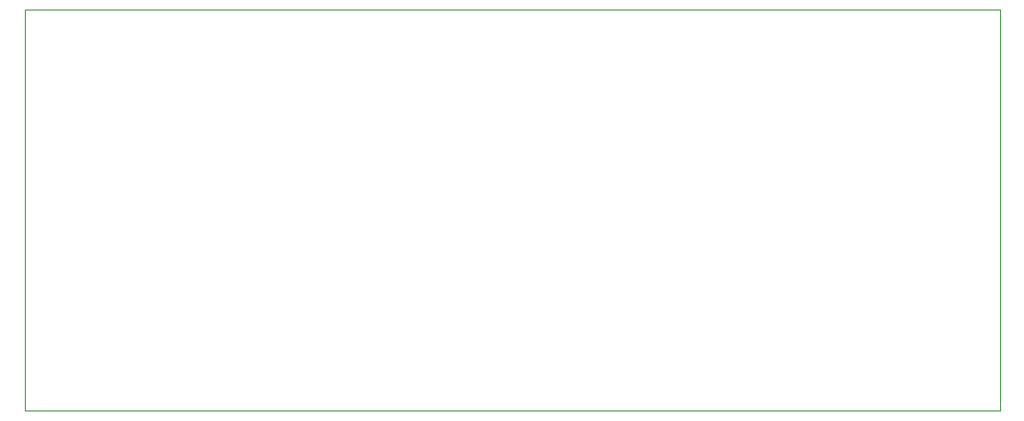
<source format=gko>
G75*
%MOIN*%
%OFA0B0*%
%FSLAX25Y25*%
%IPPOS*%
%LPD*%
%AMOC8*
5,1,8,0,0,1.08239X$1,22.5*
%
%ADD10C,0.00000*%
D10*
X0023919Y0007987D02*
X0023919Y0147987D01*
X0363919Y0147987D01*
X0363919Y0007987D01*
X0023919Y0007987D01*
M02*

</source>
